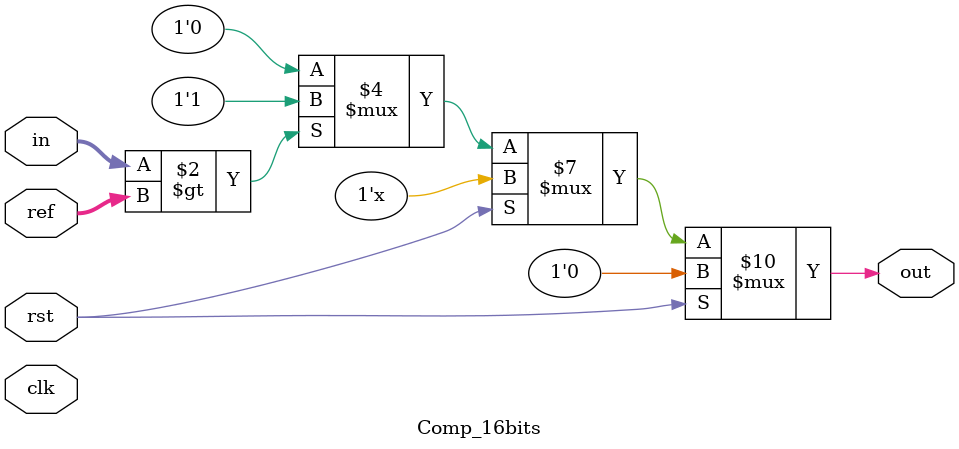
<source format=v>
`timescale 1ns / 1ps
module Comp_16bits(in,out,rst,ref,clk);
input wire [15:0] in, ref;
input wire rst,clk;
output reg out;
 
always@(clk,in,ref,rst)
if (rst) out = 1'b0;
else if (in > ref) out = 1'b1;
else out = 1'b0;
endmodule

</source>
